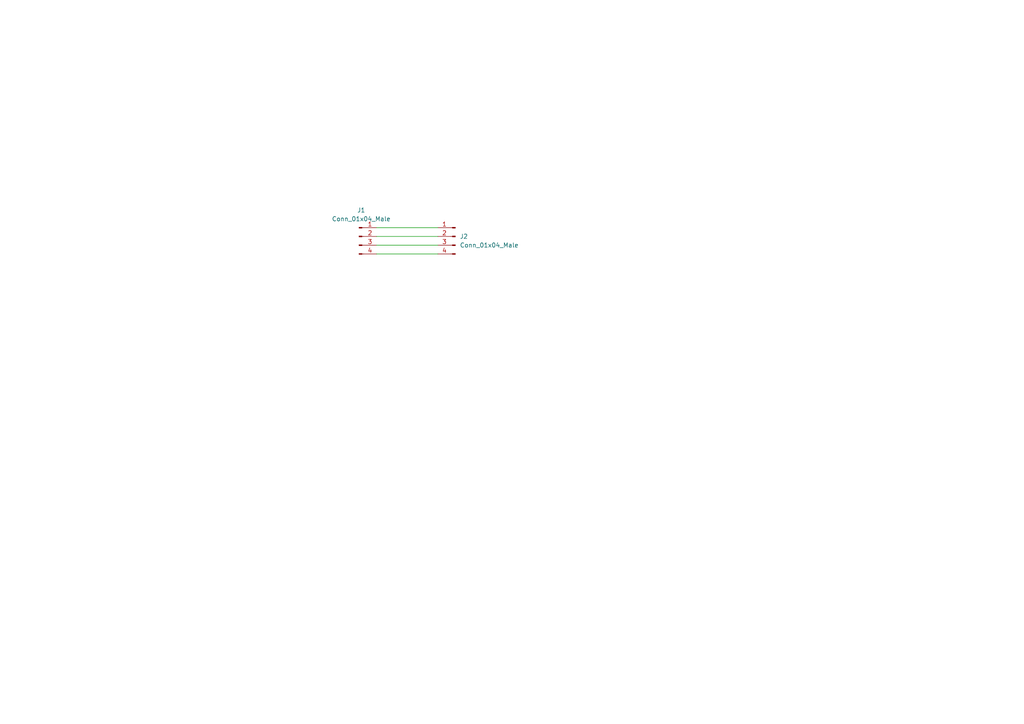
<source format=kicad_sch>
(kicad_sch (version 20211123) (generator eeschema)
  (paper "A4")
  (title_block (title "eClip function board 4 pin 100mil") (company "hackmeister.dk") (comment 1 "CC-BY-SA"))
  (lib_symbols
    (symbol "Connector:Conn_01x04_Male" (pin_names (offset 1.016) hide)
      (property "Reference" "J" (at 0 5.08 0))
      (property "Value" "Conn_01x04_Male" (at 0 -7.62 0))
      (symbol "Conn_01x04_Male_1_1"
        (polyline (pts (xy 1.27 -5.08) (xy 0.8636 -5.08)) (stroke (width 0.1524)))
        (polyline (pts (xy 1.27 -2.54) (xy 0.8636 -2.54)) (stroke (width 0.1524)))
        (polyline (pts (xy 1.27 0) (xy 0.8636 0)) (stroke (width 0.1524)))
        (polyline (pts (xy 1.27 2.54) (xy 0.8636 2.54)) (stroke (width 0.1524)))
        (rectangle (start 0.8636 -4.953) (end 0 -5.207) (stroke (width 0.1524)) (fill (type outline)))
        (rectangle (start 0.8636 -2.413) (end 0 -2.667) (stroke (width 0.1524)) (fill (type outline)))
        (rectangle (start 0.8636 0.127) (end 0 -0.127) (stroke (width 0.1524)) (fill (type outline)))
        (rectangle (start 0.8636 2.667) (end 0 2.413) (stroke (width 0.1524)) (fill (type outline)))
        (pin passive line (at 5.08 2.54 180) (length 3.81) (name "Pin_1") (number "1"))
        (pin passive line (at 5.08 0 180) (length 3.81) (name "Pin_2") (number "2"))
        (pin passive line (at 5.08 -2.54 180) (length 3.81) (name "Pin_3") (number "3"))
        (pin passive line (at 5.08 -5.08 180) (length 3.81) (name "Pin_4") (number "4"))
      )
    )
  )
  (wire (pts (xy 109.22 68.58) (xy 127 68.58)))
  (wire (pts (xy 109.22 66.04) (xy 127 66.04)))
  (wire (pts (xy 109.22 71.12) (xy 127 71.12)))
  (wire (pts (xy 109.22 73.66) (xy 127 73.66)))
  (symbol (lib_id "Connector:Conn_01x04_Male") (at 104.14 68.58 0) (unit 1)
    (property "Reference" "J1" (at 104.775 60.96 0))
    (property "Value" "Conn_01x04_Male" (at 104.775 63.5 0))
  )
  (symbol (lib_id "Connector:Conn_01x04_Male") (at 132.08 68.58 0) (mirror y) (unit 1)
    (property "Reference" "J2" (at 133.35 68.5799 0) (effects (justify right)))
    (property "Value" "Conn_01x04_Male" (at 133.35 71.1199 0) (effects (justify right)))
  )
)
</source>
